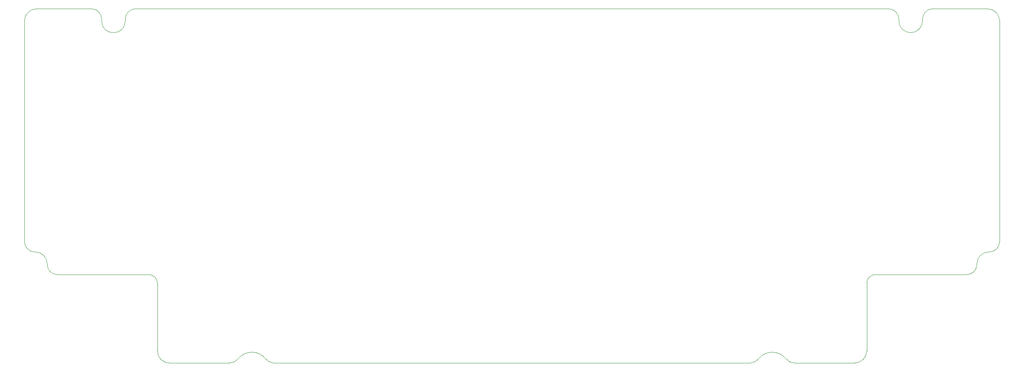
<source format=gbr>
%TF.GenerationSoftware,KiCad,Pcbnew,(7.0.0)*%
%TF.CreationDate,2023-03-04T16:47:19+01:00*%
%TF.ProjectId,travaulta,74726176-6175-46c7-9461-2e6b69636164,rev?*%
%TF.SameCoordinates,Original*%
%TF.FileFunction,Profile,NP*%
%FSLAX46Y46*%
G04 Gerber Fmt 4.6, Leading zero omitted, Abs format (unit mm)*
G04 Created by KiCad (PCBNEW (7.0.0)) date 2023-03-04 16:47:19*
%MOMM*%
%LPD*%
G01*
G04 APERTURE LIST*
%TA.AperFunction,Profile*%
%ADD10C,0.050000*%
%TD*%
G04 APERTURE END LIST*
D10*
X239700000Y-47475001D02*
G75*
G03*
X237500001Y-49675000I0J-2199999D01*
G01*
X85470568Y-47474999D02*
X79640568Y-47474999D01*
X96273958Y-122969097D02*
G75*
G03*
X90257292Y-122969097I-3008333J-2321623D01*
G01*
X72950000Y-106575000D02*
X72950000Y-121224999D01*
X98015625Y-123825000D02*
X200434375Y-123825000D01*
X251474999Y-47474999D02*
X239700000Y-47475001D01*
X46575000Y-99884000D02*
X46716000Y-99884000D01*
X68249999Y-47475000D02*
G75*
G03*
X66050000Y-49675000I1J-2200000D01*
G01*
X209934375Y-123825000D02*
X222900000Y-123825000D01*
X208192708Y-122969097D02*
G75*
G03*
X202176041Y-122969097I-3008333J-2321622D01*
G01*
X232400001Y-49675000D02*
G75*
G03*
X230200001Y-47474999I-2200001J0D01*
G01*
X60950000Y-50074999D02*
G75*
G03*
X66050000Y-50075000I2550000J19D01*
G01*
X225500000Y-121224999D02*
X225500000Y-106575000D01*
X249184374Y-102574999D02*
X249184374Y-102433999D01*
X58750000Y-47475001D02*
X46975000Y-47474999D01*
X246984375Y-104774974D02*
G75*
G03*
X249184374Y-102574999I-75J2200074D01*
G01*
X72950001Y-106575000D02*
G75*
G03*
X71150001Y-104774999I-1800001J0D01*
G01*
X232400000Y-50075000D02*
X232400000Y-49675000D01*
X200434375Y-123825018D02*
G75*
G03*
X202176041Y-122969097I25J2199918D01*
G01*
X254075000Y-97684000D02*
X254075000Y-50075000D01*
X60949999Y-50074999D02*
X60949999Y-49675000D01*
X227299999Y-104774999D02*
X246984375Y-104774998D01*
X230200001Y-47474999D02*
X85470568Y-47474999D01*
X227299999Y-104775000D02*
G75*
G03*
X225500000Y-106575000I1J-1800000D01*
G01*
X222900000Y-123825000D02*
G75*
G03*
X225500000Y-121224999I0J2600000D01*
G01*
X88515625Y-123825019D02*
G75*
G03*
X90257291Y-122969096I-25J2200019D01*
G01*
X49266000Y-102433999D02*
G75*
G03*
X46716000Y-99884000I-2550000J-1D01*
G01*
X79640568Y-47474999D02*
X68249999Y-47474999D01*
X254075001Y-50075000D02*
G75*
G03*
X251474999Y-47474999I-2600001J0D01*
G01*
X75550000Y-123825000D02*
X88515625Y-123825000D01*
X46975000Y-47475000D02*
G75*
G03*
X44375000Y-50075000I-50J-2599950D01*
G01*
X232399999Y-50075000D02*
G75*
G03*
X237500001Y-50074999I2550001J0D01*
G01*
X44375000Y-50075000D02*
X44375000Y-97684000D01*
X208192722Y-122969086D02*
G75*
G03*
X209934375Y-123825000I1741478J1343686D01*
G01*
X72950000Y-121224999D02*
G75*
G03*
X75550000Y-123825000I2600000J-1D01*
G01*
X251875000Y-99884000D02*
G75*
G03*
X254075000Y-97684000I0J2200000D01*
G01*
X96273942Y-122969109D02*
G75*
G03*
X98015625Y-123825000I1741658J1344109D01*
G01*
X251734375Y-99884000D02*
X251875000Y-99884000D01*
X49266001Y-102575000D02*
G75*
G03*
X51466000Y-104774999I2199999J0D01*
G01*
X66050000Y-49675000D02*
X66050000Y-50075000D01*
X60949999Y-49675000D02*
G75*
G03*
X58750000Y-47475001I-2199999J0D01*
G01*
X237500001Y-49675000D02*
X237500001Y-50074999D01*
X49266000Y-102433999D02*
X49266000Y-102575000D01*
X44375000Y-97684000D02*
G75*
G03*
X46575000Y-99884000I2200000J0D01*
G01*
X51466000Y-104774999D02*
X71150001Y-104774999D01*
X251734375Y-99883974D02*
G75*
G03*
X249184374Y-102433999I-75J-2549926D01*
G01*
M02*

</source>
